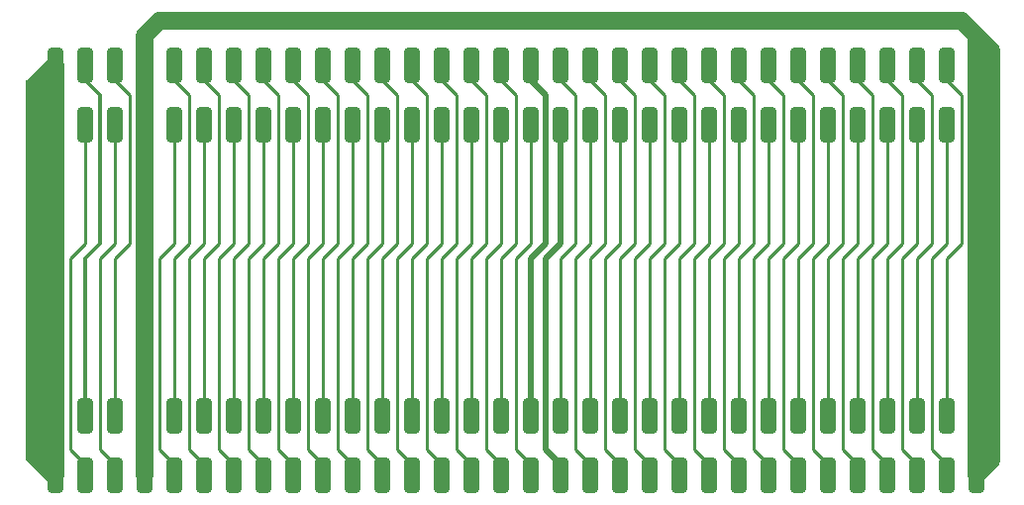
<source format=gbr>
G04 #@! TF.GenerationSoftware,KiCad,Pcbnew,8.0.2*
G04 #@! TF.CreationDate,2024-11-11T10:52:22+01:00*
G04 #@! TF.ProjectId,junior-internal-bus,6a756e69-6f72-42d6-996e-7465726e616c,rev?*
G04 #@! TF.SameCoordinates,Original*
G04 #@! TF.FileFunction,Copper,L2,Bot*
G04 #@! TF.FilePolarity,Positive*
%FSLAX46Y46*%
G04 Gerber Fmt 4.6, Leading zero omitted, Abs format (unit mm)*
G04 Created by KiCad (PCBNEW 8.0.2) date 2024-11-11 10:52:22*
%MOMM*%
%LPD*%
G01*
G04 APERTURE LIST*
G04 Aperture macros list*
%AMRoundRect*
0 Rectangle with rounded corners*
0 $1 Rounding radius*
0 $2 $3 $4 $5 $6 $7 $8 $9 X,Y pos of 4 corners*
0 Add a 4 corners polygon primitive as box body*
4,1,4,$2,$3,$4,$5,$6,$7,$8,$9,$2,$3,0*
0 Add four circle primitives for the rounded corners*
1,1,$1+$1,$2,$3*
1,1,$1+$1,$4,$5*
1,1,$1+$1,$6,$7*
1,1,$1+$1,$8,$9*
0 Add four rect primitives between the rounded corners*
20,1,$1+$1,$2,$3,$4,$5,0*
20,1,$1+$1,$4,$5,$6,$7,0*
20,1,$1+$1,$6,$7,$8,$9,0*
20,1,$1+$1,$8,$9,$2,$3,0*%
G04 Aperture macros list end*
G04 #@! TA.AperFunction,ComponentPad*
%ADD10RoundRect,0.350000X-0.350000X-1.150000X0.350000X-1.150000X0.350000X1.150000X-0.350000X1.150000X0*%
G04 #@! TD*
G04 #@! TA.AperFunction,Conductor*
%ADD11C,0.250000*%
G04 #@! TD*
G04 #@! TA.AperFunction,Conductor*
%ADD12C,0.500000*%
G04 #@! TD*
G04 #@! TA.AperFunction,Conductor*
%ADD13C,0.300000*%
G04 #@! TD*
G04 #@! TA.AperFunction,Conductor*
%ADD14C,1.500000*%
G04 #@! TD*
G04 APERTURE END LIST*
D10*
X91440000Y-70040000D03*
X93980000Y-70040000D03*
X96520000Y-70040000D03*
X99060000Y-70040000D03*
X101600000Y-70040000D03*
X104140000Y-70040000D03*
X106680000Y-70040000D03*
X109220000Y-70040000D03*
X111760000Y-70040000D03*
X114300000Y-70040000D03*
X116840000Y-70040000D03*
X119380000Y-70040000D03*
X121920000Y-70040000D03*
X124460000Y-70040000D03*
X127000000Y-70040000D03*
X129540000Y-70040000D03*
X132080000Y-70040000D03*
X134620000Y-70040000D03*
X137160000Y-70040000D03*
X139700000Y-70040000D03*
X142240000Y-70040000D03*
X144780000Y-70040000D03*
X147320000Y-70040000D03*
X149860000Y-70040000D03*
X152400000Y-70040000D03*
X154940000Y-70040000D03*
X157480000Y-70040000D03*
X160020000Y-70040000D03*
X162560000Y-70040000D03*
X165100000Y-70040000D03*
X167640000Y-70040000D03*
X170180000Y-70040000D03*
X91440000Y-64960000D03*
X93980000Y-64960000D03*
X96520000Y-64960000D03*
X99060000Y-64960000D03*
X101600000Y-64960000D03*
X104140000Y-64960000D03*
X106680000Y-64960000D03*
X109220000Y-64960000D03*
X111760000Y-64960000D03*
X114300000Y-64960000D03*
X116840000Y-64960000D03*
X119380000Y-64960000D03*
X121920000Y-64960000D03*
X124460000Y-64960000D03*
X127000000Y-64960000D03*
X129540000Y-64960000D03*
X132080000Y-64960000D03*
X134620000Y-64960000D03*
X137160000Y-64960000D03*
X139700000Y-64960000D03*
X142240000Y-64960000D03*
X144780000Y-64960000D03*
X147320000Y-64960000D03*
X149860000Y-64960000D03*
X152400000Y-64960000D03*
X154940000Y-64960000D03*
X157480000Y-64960000D03*
X160020000Y-64960000D03*
X162560000Y-64960000D03*
X165100000Y-64960000D03*
X167640000Y-64960000D03*
X170180000Y-64960000D03*
X91440000Y-100040000D03*
X93980000Y-100040000D03*
X96520000Y-100040000D03*
X99060000Y-100040000D03*
X101600000Y-100040000D03*
X104140000Y-100040000D03*
X106680000Y-100040000D03*
X109220000Y-100040000D03*
X111760000Y-100040000D03*
X114300000Y-100040000D03*
X116840000Y-100040000D03*
X119380000Y-100040000D03*
X121920000Y-100040000D03*
X124460000Y-100040000D03*
X127000000Y-100040000D03*
X129540000Y-100040000D03*
X132080000Y-100040000D03*
X134620000Y-100040000D03*
X137160000Y-100040000D03*
X139700000Y-100040000D03*
X142240000Y-100040000D03*
X144780000Y-100040000D03*
X147320000Y-100040000D03*
X149860000Y-100040000D03*
X152400000Y-100040000D03*
X154940000Y-100040000D03*
X157480000Y-100040000D03*
X160020000Y-100040000D03*
X162560000Y-100040000D03*
X165100000Y-100040000D03*
X167640000Y-100040000D03*
X170180000Y-100040000D03*
X91440000Y-94960000D03*
X93980000Y-94960000D03*
X96520000Y-94960000D03*
X99060000Y-94960000D03*
X101600000Y-94960000D03*
X104140000Y-94960000D03*
X106680000Y-94960000D03*
X109220000Y-94960000D03*
X111760000Y-94960000D03*
X114300000Y-94960000D03*
X116840000Y-94960000D03*
X119380000Y-94960000D03*
X121920000Y-94960000D03*
X124460000Y-94960000D03*
X127000000Y-94960000D03*
X129540000Y-94960000D03*
X132080000Y-94960000D03*
X134620000Y-94960000D03*
X137160000Y-94960000D03*
X139700000Y-94960000D03*
X142240000Y-94960000D03*
X144780000Y-94960000D03*
X147320000Y-94960000D03*
X149860000Y-94960000D03*
X152400000Y-94960000D03*
X154940000Y-94960000D03*
X157480000Y-94960000D03*
X160020000Y-94960000D03*
X162560000Y-94960000D03*
X165100000Y-94960000D03*
X167640000Y-94960000D03*
X170180000Y-94960000D03*
D11*
X93980000Y-100040000D02*
X93980000Y-99100000D01*
X92710000Y-81470000D02*
X93980000Y-80200000D01*
X93980000Y-80200000D02*
X93980000Y-70040000D01*
X93980000Y-99100000D02*
X92710000Y-97830000D01*
X92710000Y-97830000D02*
X92710000Y-81470000D01*
X96520000Y-80200000D02*
X96520000Y-70040000D01*
X95250000Y-81470000D02*
X96520000Y-80200000D01*
X96520000Y-100040000D02*
X96520000Y-99100000D01*
X95250000Y-97830000D02*
X95250000Y-81470000D01*
X96520000Y-99100000D02*
X95250000Y-97830000D01*
X101600000Y-80200000D02*
X101600000Y-70040000D01*
X100330000Y-97830000D02*
X100330000Y-81470000D01*
X101600000Y-100040000D02*
X101600000Y-99100000D01*
X100330000Y-81470000D02*
X101600000Y-80200000D01*
X101600000Y-99100000D02*
X100330000Y-97830000D01*
X104140000Y-99100000D02*
X102870000Y-97830000D01*
X104140000Y-100040000D02*
X104140000Y-99100000D01*
X104140000Y-80200000D02*
X104140000Y-70040000D01*
X102870000Y-81470000D02*
X104140000Y-80200000D01*
X102870000Y-97830000D02*
X102870000Y-81470000D01*
X106680000Y-99100000D02*
X106680000Y-100040000D01*
X106680000Y-70040000D02*
X106680000Y-80200000D01*
X106680000Y-80200000D02*
X105410000Y-81470000D01*
X105410000Y-97830000D02*
X106680000Y-99100000D01*
X105410000Y-81470000D02*
X105410000Y-97830000D01*
X109220000Y-70040000D02*
X109220000Y-80200000D01*
X109220000Y-80200000D02*
X107950000Y-81470000D01*
X107950000Y-81470000D02*
X107950000Y-97830000D01*
X107950000Y-97830000D02*
X109220000Y-99100000D01*
X109220000Y-99100000D02*
X109220000Y-100040000D01*
X111760000Y-70040000D02*
X111760000Y-80200000D01*
X111760000Y-99100000D02*
X111760000Y-100040000D01*
X110490000Y-97830000D02*
X111760000Y-99100000D01*
X110490000Y-81470000D02*
X110490000Y-97830000D01*
X111760000Y-80200000D02*
X110490000Y-81470000D01*
X113030000Y-81470000D02*
X113030000Y-97830000D01*
X114300000Y-99100000D02*
X114300000Y-100040000D01*
X114300000Y-70040000D02*
X114300000Y-80200000D01*
X114300000Y-80200000D02*
X113030000Y-81470000D01*
X113030000Y-97830000D02*
X114300000Y-99100000D01*
X116840000Y-70040000D02*
X116840000Y-80200000D01*
X115570000Y-81470000D02*
X115570000Y-97830000D01*
X115570000Y-97830000D02*
X116840000Y-99100000D01*
X116840000Y-99100000D02*
X116840000Y-100040000D01*
X116840000Y-80200000D02*
X115570000Y-81470000D01*
X118110000Y-97830000D02*
X118110000Y-81470000D01*
X119380000Y-100040000D02*
X119380000Y-99100000D01*
X118110000Y-81470000D02*
X119380000Y-80200000D01*
X119380000Y-99100000D02*
X118110000Y-97830000D01*
X119380000Y-80200000D02*
X119380000Y-70040000D01*
X120650000Y-81470000D02*
X121920000Y-80200000D01*
X121920000Y-99100000D02*
X120650000Y-97830000D01*
X120650000Y-97830000D02*
X120650000Y-81470000D01*
X121920000Y-100040000D02*
X121920000Y-99100000D01*
X121920000Y-80200000D02*
X121920000Y-70040000D01*
X123190000Y-81470000D02*
X124460000Y-80200000D01*
X124460000Y-80200000D02*
X124460000Y-70040000D01*
X123190000Y-97830000D02*
X123190000Y-81470000D01*
X124460000Y-99100000D02*
X123190000Y-97830000D01*
X124460000Y-100040000D02*
X124460000Y-99100000D01*
X127000000Y-99100000D02*
X125730000Y-97830000D01*
X127000000Y-80200000D02*
X127000000Y-70040000D01*
X125730000Y-81470000D02*
X127000000Y-80200000D01*
X127000000Y-100040000D02*
X127000000Y-99100000D01*
X125730000Y-97830000D02*
X125730000Y-81470000D01*
X128270000Y-81470000D02*
X129540000Y-80200000D01*
X129540000Y-80200000D02*
X129540000Y-70040000D01*
X129540000Y-99100000D02*
X128270000Y-97830000D01*
X129540000Y-100040000D02*
X129540000Y-99100000D01*
X128270000Y-97830000D02*
X128270000Y-81470000D01*
X130810000Y-81470000D02*
X132080000Y-80200000D01*
X132080000Y-99100000D02*
X130810000Y-97830000D01*
X132080000Y-100040000D02*
X132080000Y-99100000D01*
X130810000Y-97830000D02*
X130810000Y-81470000D01*
X132080000Y-80200000D02*
X132080000Y-70040000D01*
D12*
X133350000Y-97830000D02*
X133350000Y-81470000D01*
X134620000Y-80200000D02*
X134620000Y-70040000D01*
X133350000Y-81470000D02*
X134620000Y-80200000D01*
X134620000Y-99100000D02*
X133350000Y-97830000D01*
X134620000Y-100040000D02*
X134620000Y-99100000D01*
D11*
X137160000Y-99100000D02*
X135890000Y-97830000D01*
X135890000Y-97830000D02*
X135890000Y-81470000D01*
X137160000Y-100040000D02*
X137160000Y-99100000D01*
X137160000Y-80200000D02*
X137160000Y-70040000D01*
X135890000Y-81470000D02*
X137160000Y-80200000D01*
X138430000Y-97830000D02*
X138430000Y-81470000D01*
X138430000Y-81470000D02*
X139700000Y-80200000D01*
X139700000Y-80200000D02*
X139700000Y-70040000D01*
X139700000Y-99100000D02*
X138430000Y-97830000D01*
X139700000Y-100040000D02*
X139700000Y-99100000D01*
X142240000Y-100040000D02*
X142240000Y-99100000D01*
X142240000Y-99100000D02*
X140970000Y-97830000D01*
X140970000Y-97830000D02*
X140970000Y-81470000D01*
X140970000Y-81470000D02*
X142240000Y-80200000D01*
X142240000Y-80200000D02*
X142240000Y-70040000D01*
X144780000Y-80200000D02*
X144780000Y-70040000D01*
X143510000Y-81470000D02*
X144780000Y-80200000D01*
X144780000Y-100040000D02*
X144780000Y-99100000D01*
X144780000Y-99100000D02*
X143510000Y-97830000D01*
X143510000Y-97830000D02*
X143510000Y-81470000D01*
X147320000Y-99100000D02*
X146050000Y-97830000D01*
X146050000Y-97830000D02*
X146050000Y-81470000D01*
X147320000Y-100040000D02*
X147320000Y-99100000D01*
X146050000Y-81470000D02*
X147320000Y-80200000D01*
X147320000Y-80200000D02*
X147320000Y-70040000D01*
X148590000Y-97830000D02*
X148590000Y-81470000D01*
X149860000Y-80200000D02*
X149860000Y-70040000D01*
X149860000Y-100040000D02*
X149860000Y-99100000D01*
X149860000Y-99100000D02*
X148590000Y-97830000D01*
X148590000Y-81470000D02*
X149860000Y-80200000D01*
X152400000Y-100040000D02*
X152400000Y-99100000D01*
X151130000Y-97830000D02*
X151130000Y-81470000D01*
X151130000Y-81470000D02*
X152400000Y-80200000D01*
X152400000Y-80200000D02*
X152400000Y-70040000D01*
X152400000Y-99100000D02*
X151130000Y-97830000D01*
X154940000Y-99100000D02*
X153670000Y-97830000D01*
X154940000Y-100040000D02*
X154940000Y-99100000D01*
X154940000Y-80200000D02*
X154940000Y-70040000D01*
X153670000Y-81470000D02*
X154940000Y-80200000D01*
X153670000Y-97830000D02*
X153670000Y-81470000D01*
X157480000Y-100040000D02*
X157480000Y-99100000D01*
X157480000Y-80200000D02*
X157480000Y-70040000D01*
X156210000Y-81470000D02*
X157480000Y-80200000D01*
X157480000Y-99100000D02*
X156210000Y-97830000D01*
X156210000Y-97830000D02*
X156210000Y-81470000D01*
X158750000Y-97830000D02*
X158750000Y-81470000D01*
X160020000Y-80200000D02*
X160020000Y-70040000D01*
X160020000Y-99100000D02*
X158750000Y-97830000D01*
X160020000Y-100040000D02*
X160020000Y-99100000D01*
X158750000Y-81470000D02*
X160020000Y-80200000D01*
X162560000Y-99100000D02*
X161290000Y-97830000D01*
X161290000Y-97830000D02*
X161290000Y-81470000D01*
X161290000Y-81470000D02*
X162560000Y-80200000D01*
X162560000Y-80200000D02*
X162560000Y-70040000D01*
X162560000Y-100040000D02*
X162560000Y-99100000D01*
X165100000Y-100040000D02*
X165100000Y-99100000D01*
X163830000Y-81470000D02*
X165100000Y-80200000D01*
X165100000Y-99100000D02*
X163830000Y-97830000D01*
X163830000Y-97830000D02*
X163830000Y-81470000D01*
X165100000Y-80200000D02*
X165100000Y-70040000D01*
X167640000Y-100040000D02*
X167640000Y-99100000D01*
X167640000Y-99100000D02*
X166370000Y-97830000D01*
X166370000Y-97830000D02*
X166370000Y-81470000D01*
X167640000Y-80200000D02*
X167640000Y-70040000D01*
X166370000Y-81470000D02*
X167640000Y-80200000D01*
D13*
X93980000Y-81470000D02*
X95250000Y-80200000D01*
X95250000Y-67500000D02*
X93980000Y-66230000D01*
X93980000Y-66230000D02*
X93980000Y-64960000D01*
X93980000Y-94653590D02*
X93980000Y-81470000D01*
X95250000Y-80200000D02*
X95250000Y-67500000D01*
X94133205Y-94806795D02*
X93980000Y-94653590D01*
D11*
X97790000Y-67500000D02*
X97790000Y-80200000D01*
X96520000Y-94653590D02*
X96673205Y-94806795D01*
X97790000Y-80200000D02*
X96520000Y-81470000D01*
X96520000Y-66230000D02*
X97790000Y-67500000D01*
X96520000Y-64960000D02*
X96520000Y-66230000D01*
X96520000Y-81470000D02*
X96520000Y-93533590D01*
X101600000Y-81470000D02*
X102870000Y-80200000D01*
X102870000Y-67500000D02*
X101600000Y-66230000D01*
X102870000Y-80200000D02*
X102870000Y-67500000D01*
X101600000Y-66230000D02*
X101600000Y-64960000D01*
X101600000Y-90000000D02*
X101600000Y-95000000D01*
X101600000Y-91480000D02*
X101600000Y-94960000D01*
X101600000Y-90360000D02*
X101600000Y-81470000D01*
X101600000Y-91480000D02*
X101600000Y-90000000D01*
X104140000Y-92500000D02*
X104140000Y-90000000D01*
X104140000Y-90360000D02*
X104140000Y-81470000D01*
X105410000Y-80200000D02*
X105410000Y-67500000D01*
X104140000Y-81470000D02*
X105410000Y-80200000D01*
X104140000Y-92500000D02*
X104140000Y-94960000D01*
X104140000Y-66230000D02*
X104140000Y-64960000D01*
X105410000Y-67500000D02*
X104140000Y-66230000D01*
X106680000Y-90360000D02*
X106680000Y-81470000D01*
X106680000Y-91480000D02*
X106680000Y-94960000D01*
X107950000Y-67500000D02*
X106680000Y-66230000D01*
X107950000Y-80200000D02*
X107950000Y-67500000D01*
X106680000Y-81470000D02*
X107950000Y-80200000D01*
X106680000Y-91480000D02*
X106680000Y-90000000D01*
X106680000Y-66230000D02*
X106680000Y-64960000D01*
X109220000Y-66230000D02*
X110490000Y-67500000D01*
X109220000Y-64960000D02*
X109220000Y-66230000D01*
X109220000Y-81470000D02*
X109220000Y-94960000D01*
X110490000Y-80200000D02*
X109220000Y-81470000D01*
X110490000Y-67500000D02*
X110490000Y-80200000D01*
X111760000Y-91480000D02*
X111760000Y-94960000D01*
X113030000Y-67500000D02*
X111760000Y-66230000D01*
X111760000Y-90000000D02*
X111760000Y-81470000D01*
X111760000Y-81470000D02*
X113030000Y-80200000D01*
X113030000Y-80200000D02*
X113030000Y-67500000D01*
X111760000Y-90000000D02*
X111760000Y-92500000D01*
X111760000Y-66230000D02*
X111760000Y-64960000D01*
X114300000Y-90000000D02*
X114300000Y-92500000D01*
X115570000Y-67500000D02*
X114300000Y-66230000D01*
X114300000Y-91480000D02*
X114300000Y-94960000D01*
X115570000Y-80200000D02*
X115570000Y-67500000D01*
X114300000Y-90000000D02*
X114300000Y-81470000D01*
X114300000Y-81470000D02*
X115570000Y-80200000D01*
X114300000Y-66230000D02*
X114300000Y-64960000D01*
X116840000Y-64960000D02*
X116840000Y-66230000D01*
X118110000Y-67500000D02*
X118110000Y-80200000D01*
X116840000Y-81470000D02*
X116840000Y-94960000D01*
X118110000Y-80200000D02*
X116840000Y-81470000D01*
X116840000Y-66230000D02*
X118110000Y-67500000D01*
X119380000Y-66230000D02*
X119380000Y-64960000D01*
X120650000Y-67500000D02*
X119380000Y-66230000D01*
X119380000Y-81470000D02*
X120650000Y-80200000D01*
X119380000Y-90360000D02*
X119380000Y-81470000D01*
X119380000Y-91480000D02*
X119380000Y-94960000D01*
X120650000Y-80200000D02*
X120650000Y-67500000D01*
X119380000Y-91480000D02*
X119380000Y-90000000D01*
X121920000Y-90360000D02*
X121920000Y-81470000D01*
X121920000Y-91480000D02*
X121920000Y-90000000D01*
X121920000Y-81470000D02*
X123190000Y-80200000D01*
X123190000Y-67500000D02*
X121920000Y-66230000D01*
X123190000Y-80200000D02*
X123190000Y-67500000D01*
X121920000Y-66230000D02*
X121920000Y-64960000D01*
X121920000Y-91480000D02*
X121920000Y-94960000D01*
X125730000Y-80200000D02*
X124460000Y-81470000D01*
X125730000Y-67500000D02*
X125730000Y-80200000D01*
X124460000Y-81470000D02*
X124460000Y-94960000D01*
X124460000Y-64960000D02*
X124460000Y-66230000D01*
X124460000Y-66230000D02*
X125730000Y-67500000D01*
X127000000Y-90360000D02*
X127000000Y-81470000D01*
X127000000Y-91480000D02*
X127000000Y-94960000D01*
X128270000Y-80200000D02*
X128270000Y-67500000D01*
X127000000Y-81470000D02*
X128270000Y-80200000D01*
X127000000Y-66230000D02*
X127000000Y-64960000D01*
X128270000Y-67500000D02*
X127000000Y-66230000D01*
X127000000Y-91480000D02*
X127000000Y-90000000D01*
X129540000Y-81470000D02*
X129540000Y-94960000D01*
X129540000Y-66230000D02*
X130810000Y-67500000D01*
X129540000Y-64960000D02*
X129540000Y-66230000D01*
X130810000Y-80200000D02*
X129540000Y-81470000D01*
X130810000Y-67500000D02*
X130810000Y-80200000D01*
D12*
X133350000Y-67500000D02*
X132080000Y-66230000D01*
X132080000Y-94960000D02*
X132080000Y-81470000D01*
X133350000Y-80200000D02*
X133350000Y-67500000D01*
X132080000Y-81470000D02*
X133350000Y-80200000D01*
X132080000Y-66230000D02*
X132080000Y-64960000D01*
D11*
X135890000Y-80200000D02*
X135890000Y-67500000D01*
X134620000Y-66230000D02*
X134620000Y-64960000D01*
X134620000Y-90360000D02*
X134620000Y-81470000D01*
X134620000Y-81470000D02*
X135890000Y-80200000D01*
X134620000Y-91480000D02*
X134620000Y-94960000D01*
X135890000Y-67500000D02*
X134620000Y-66230000D01*
X134620000Y-91480000D02*
X134620000Y-90000000D01*
X137160000Y-81470000D02*
X138430000Y-80200000D01*
X138430000Y-80200000D02*
X138430000Y-67500000D01*
X138430000Y-67500000D02*
X137160000Y-66230000D01*
X137160000Y-66230000D02*
X137160000Y-64960000D01*
X137160000Y-94960000D02*
X137160000Y-81470000D01*
X140970000Y-80200000D02*
X140970000Y-67500000D01*
X139700000Y-66230000D02*
X139700000Y-64960000D01*
X139700000Y-91480000D02*
X139700000Y-94960000D01*
X139700000Y-91480000D02*
X139700000Y-90000000D01*
X139700000Y-90360000D02*
X139700000Y-81470000D01*
X139700000Y-81470000D02*
X140970000Y-80200000D01*
X140970000Y-67500000D02*
X139700000Y-66230000D01*
X142240000Y-81470000D02*
X143510000Y-80200000D01*
X143510000Y-80200000D02*
X143510000Y-67500000D01*
X142240000Y-66230000D02*
X142240000Y-64960000D01*
X142240000Y-90360000D02*
X142240000Y-81470000D01*
X142240000Y-92500000D02*
X142240000Y-94960000D01*
X143510000Y-67500000D02*
X142240000Y-66230000D01*
X146050000Y-67500000D02*
X144780000Y-66230000D01*
X146050000Y-80200000D02*
X146050000Y-67500000D01*
X144780000Y-66230000D02*
X144780000Y-64960000D01*
X144780000Y-90360000D02*
X144780000Y-81470000D01*
X144780000Y-92500000D02*
X144780000Y-94960000D01*
X144780000Y-92500000D02*
X144780000Y-90000000D01*
X144780000Y-81470000D02*
X146050000Y-80200000D01*
X147320000Y-92500000D02*
X147320000Y-94960000D01*
X148590000Y-67500000D02*
X147320000Y-66230000D01*
X148590000Y-80200000D02*
X148590000Y-67500000D01*
X147320000Y-66230000D02*
X147320000Y-64960000D01*
X147320000Y-81470000D02*
X148590000Y-80200000D01*
X147320000Y-90360000D02*
X147320000Y-81470000D01*
X147320000Y-92500000D02*
X147320000Y-90000000D01*
X149860000Y-81470000D02*
X151130000Y-80200000D01*
X149860000Y-66230000D02*
X149860000Y-64960000D01*
X149860000Y-92500000D02*
X149860000Y-90000000D01*
X151130000Y-80200000D02*
X151130000Y-67500000D01*
X149860000Y-90360000D02*
X149860000Y-81470000D01*
X151130000Y-67500000D02*
X149860000Y-66230000D01*
X149860000Y-92500000D02*
X149860000Y-94960000D01*
X153670000Y-67500000D02*
X152400000Y-66230000D01*
X152400000Y-94960000D02*
X152400000Y-81470000D01*
X153670000Y-80200000D02*
X153670000Y-67500000D01*
X152400000Y-66230000D02*
X152400000Y-64960000D01*
X152400000Y-81470000D02*
X153670000Y-80200000D01*
X154940000Y-91480000D02*
X154940000Y-94960000D01*
X154940000Y-90360000D02*
X154940000Y-81470000D01*
X156210000Y-80200000D02*
X156210000Y-67500000D01*
X154940000Y-91480000D02*
X154940000Y-90000000D01*
X154940000Y-66230000D02*
X154940000Y-64960000D01*
X156210000Y-67500000D02*
X154940000Y-66230000D01*
X154940000Y-81470000D02*
X156210000Y-80200000D01*
X158750000Y-80200000D02*
X158750000Y-67500000D01*
X157480000Y-66230000D02*
X157480000Y-64960000D01*
X157480000Y-81470000D02*
X158750000Y-80200000D01*
X157480000Y-94960000D02*
X157480000Y-81470000D01*
X158750000Y-67500000D02*
X157480000Y-66230000D01*
X160020000Y-92500000D02*
X160020000Y-90000000D01*
X161290000Y-67500000D02*
X160020000Y-66230000D01*
X160020000Y-81470000D02*
X161290000Y-80200000D01*
X160020000Y-66230000D02*
X160020000Y-64960000D01*
X160020000Y-92500000D02*
X160020000Y-94960000D01*
X160020000Y-90360000D02*
X160020000Y-81470000D01*
X161290000Y-80200000D02*
X161290000Y-67500000D01*
D14*
X168910000Y-61150000D02*
X171450000Y-63690000D01*
X170180000Y-62420000D02*
X170180000Y-64960000D01*
X99060000Y-64960000D02*
X99060000Y-67500000D01*
X99060000Y-67500000D02*
X99060000Y-70040000D01*
X171450000Y-98770000D02*
X170180000Y-100040000D01*
X100330000Y-61150000D02*
X168910000Y-61150000D01*
X170180000Y-70040000D02*
X170180000Y-64960000D01*
X99060000Y-64960000D02*
X99060000Y-62420000D01*
X99060000Y-62420000D02*
X100330000Y-61150000D01*
X170180000Y-91480000D02*
X170180000Y-70040000D01*
X170180000Y-100040000D02*
X170180000Y-91480000D01*
X99060000Y-91480000D02*
X99060000Y-70040000D01*
X99060000Y-100040000D02*
X99060000Y-91480000D01*
X171450000Y-63690000D02*
X171450000Y-98770000D01*
X168910000Y-61150000D02*
X170180000Y-62420000D01*
D11*
X163830000Y-80200000D02*
X163830000Y-67500000D01*
X162560000Y-66230000D02*
X162560000Y-64960000D01*
X162560000Y-81470000D02*
X163830000Y-80200000D01*
X162560000Y-94960000D02*
X162560000Y-81470000D01*
X163830000Y-67500000D02*
X162560000Y-66230000D01*
X165100000Y-92500000D02*
X165100000Y-90000000D01*
X165100000Y-92500000D02*
X165100000Y-94960000D01*
X165100000Y-90360000D02*
X165100000Y-81470000D01*
X166370000Y-67500000D02*
X165100000Y-66230000D01*
X165100000Y-81470000D02*
X166370000Y-80200000D01*
X166370000Y-80200000D02*
X166370000Y-67500000D01*
X165100000Y-66230000D02*
X165100000Y-64960000D01*
X167640000Y-81470000D02*
X168910000Y-80200000D01*
X167640000Y-90360000D02*
X167640000Y-81470000D01*
X167640000Y-92500000D02*
X167640000Y-90000000D01*
X167640000Y-92500000D02*
X167640000Y-94960000D01*
X167640000Y-66230000D02*
X167640000Y-64960000D01*
X168910000Y-67500000D02*
X167640000Y-66230000D01*
X168910000Y-80200000D02*
X168910000Y-67500000D01*
D14*
X91440000Y-100040000D02*
X91440000Y-70040000D01*
X91440000Y-70040000D02*
X91440000Y-64960000D01*
D11*
X142240000Y-92500000D02*
X142240000Y-90000000D01*
G04 #@! TA.AperFunction,Conductor*
G36*
X91358968Y-63933107D02*
G01*
X91415464Y-63976103D01*
X91439746Y-64042818D01*
X91440000Y-64050809D01*
X91440000Y-100949190D01*
X91419998Y-101017311D01*
X91366342Y-101063804D01*
X91296068Y-101073908D01*
X91231488Y-101044414D01*
X91225614Y-101038990D01*
X88937614Y-98787021D01*
X88903096Y-98724980D01*
X88900000Y-98697221D01*
X88900000Y-66302778D01*
X88920002Y-66234657D01*
X88937614Y-66212978D01*
X91225615Y-63961007D01*
X91288195Y-63927480D01*
X91358968Y-63933107D01*
G37*
G04 #@! TD.AperFunction*
M02*

</source>
